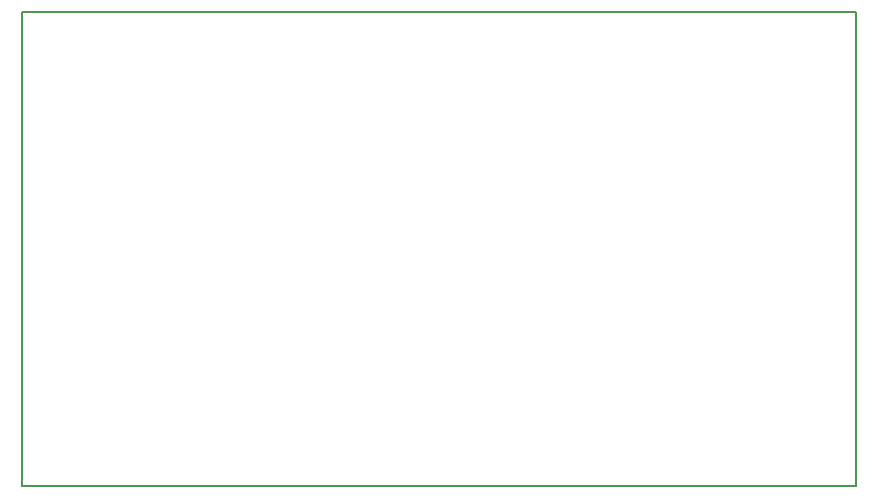
<source format=gbr>
G04 #@! TF.FileFunction,Profile,NP*
%FSLAX46Y46*%
G04 Gerber Fmt 4.6, Leading zero omitted, Abs format (unit mm)*
G04 Created by KiCad (PCBNEW no-vcs-found-undefined) date Sun Nov 13 20:57:18 2016*
%MOMM*%
%LPD*%
G01*
G04 APERTURE LIST*
%ADD10C,0.150000*%
G04 APERTURE END LIST*
D10*
X254000Y40386000D02*
X254000Y254000D01*
X254000Y254000D02*
X70866000Y254000D01*
X70866000Y40386000D02*
X70866000Y254000D01*
X254000Y40386000D02*
X70866000Y40386000D01*
M02*

</source>
